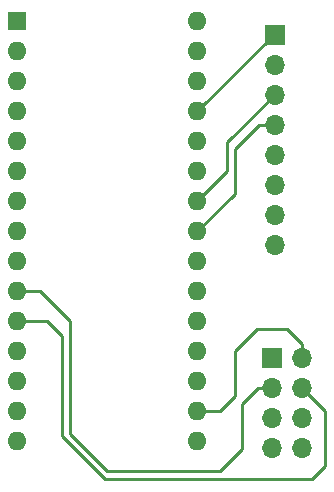
<source format=gbr>
%TF.GenerationSoftware,KiCad,Pcbnew,(5.1.10)-1*%
%TF.CreationDate,2022-03-27T02:24:56-07:00*%
%TF.ProjectId,RC_car,52435f63-6172-42e6-9b69-6361645f7063,rev?*%
%TF.SameCoordinates,Original*%
%TF.FileFunction,Copper,L2,Bot*%
%TF.FilePolarity,Positive*%
%FSLAX46Y46*%
G04 Gerber Fmt 4.6, Leading zero omitted, Abs format (unit mm)*
G04 Created by KiCad (PCBNEW (5.1.10)-1) date 2022-03-27 02:24:56*
%MOMM*%
%LPD*%
G01*
G04 APERTURE LIST*
%TA.AperFunction,ComponentPad*%
%ADD10R,1.700000X1.700000*%
%TD*%
%TA.AperFunction,ComponentPad*%
%ADD11O,1.700000X1.700000*%
%TD*%
%TA.AperFunction,ComponentPad*%
%ADD12R,1.600000X1.600000*%
%TD*%
%TA.AperFunction,ComponentPad*%
%ADD13O,1.600000X1.600000*%
%TD*%
%TA.AperFunction,Conductor*%
%ADD14C,0.250000*%
%TD*%
G04 APERTURE END LIST*
D10*
%TO.P,IMU1,1*%
%TO.N,IMU_VCC*%
X168452800Y-78003400D03*
D11*
%TO.P,IMU1,8*%
%TO.N,Net-(IMU1-Pad8)*%
X168452800Y-95783400D03*
%TO.P,IMU1,7*%
%TO.N,Net-(IMU1-Pad7)*%
X168452800Y-93243400D03*
%TO.P,IMU1,5*%
%TO.N,Net-(IMU1-Pad5)*%
X168452800Y-88163400D03*
%TO.P,IMU1,4*%
%TO.N,IMU_SDA*%
X168452800Y-85623400D03*
%TO.P,IMU1,3*%
%TO.N,IMU_SCL*%
X168452800Y-83083400D03*
%TO.P,IMU1,6*%
%TO.N,Net-(IMU1-Pad6)*%
X168452800Y-90703400D03*
%TO.P,IMU1,2*%
%TO.N,GND*%
X168452800Y-80543400D03*
%TD*%
%TO.P,RADIO1,3*%
%TO.N,NRF_CE*%
X168275000Y-107899200D03*
%TO.P,RADIO1,2*%
%TO.N,NRF_VCC*%
X170815000Y-105359200D03*
D10*
%TO.P,RADIO1,1*%
%TO.N,GND*%
X168275000Y-105359200D03*
D11*
%TO.P,RADIO1,6*%
%TO.N,NRF_MOSI*%
X170815000Y-110439200D03*
%TO.P,RADIO1,4*%
%TO.N,NRF_CSN*%
X170815000Y-107899200D03*
%TO.P,RADIO1,5*%
%TO.N,NRF_SCK*%
X168275000Y-110439200D03*
%TO.P,RADIO1,8*%
%TO.N,Net-(RADIO1-Pad8)*%
X170815000Y-112979200D03*
%TO.P,RADIO1,7*%
%TO.N,NRF_MISO*%
X168275000Y-112979200D03*
%TD*%
D12*
%TO.P,Nano1,1*%
%TO.N,Net-(Nano1-Pad1)*%
X146685000Y-76835000D03*
D13*
%TO.P,Nano1,17*%
%TO.N,NRF_VCC*%
X161925000Y-109855000D03*
%TO.P,Nano1,2*%
%TO.N,Net-(Nano1-Pad2)*%
X146685000Y-79375000D03*
%TO.P,Nano1,18*%
%TO.N,Net-(Nano1-Pad18)*%
X161925000Y-107315000D03*
%TO.P,Nano1,3*%
%TO.N,Net-(Nano1-Pad3)*%
X146685000Y-81915000D03*
%TO.P,Nano1,19*%
%TO.N,Net-(Nano1-Pad19)*%
X161925000Y-104775000D03*
%TO.P,Nano1,4*%
%TO.N,GND*%
X146685000Y-84455000D03*
%TO.P,Nano1,20*%
%TO.N,Net-(Nano1-Pad20)*%
X161925000Y-102235000D03*
%TO.P,Nano1,5*%
%TO.N,Net-(Nano1-Pad5)*%
X146685000Y-86995000D03*
%TO.P,Nano1,21*%
%TO.N,Net-(Nano1-Pad21)*%
X161925000Y-99695000D03*
%TO.P,Nano1,6*%
%TO.N,Net-(Nano1-Pad6)*%
X146685000Y-89535000D03*
%TO.P,Nano1,22*%
%TO.N,Net-(Nano1-Pad22)*%
X161925000Y-97155000D03*
%TO.P,Nano1,7*%
%TO.N,Net-(Nano1-Pad7)*%
X146685000Y-92075000D03*
%TO.P,Nano1,23*%
%TO.N,IMU_SDA*%
X161925000Y-94615000D03*
%TO.P,Nano1,8*%
%TO.N,Net-(Nano1-Pad8)*%
X146685000Y-94615000D03*
%TO.P,Nano1,24*%
%TO.N,IMU_SCL*%
X161925000Y-92075000D03*
%TO.P,Nano1,9*%
%TO.N,Net-(Nano1-Pad9)*%
X146685000Y-97155000D03*
%TO.P,Nano1,25*%
%TO.N,Net-(Nano1-Pad25)*%
X161925000Y-89535000D03*
%TO.P,Nano1,10*%
%TO.N,NRF_CE*%
X146685000Y-99695000D03*
%TO.P,Nano1,26*%
%TO.N,Net-(Nano1-Pad26)*%
X161925000Y-86995000D03*
%TO.P,Nano1,11*%
%TO.N,NRF_CSN*%
X146685000Y-102235000D03*
%TO.P,Nano1,27*%
%TO.N,IMU_VCC*%
X161925000Y-84455000D03*
%TO.P,Nano1,12*%
%TO.N,Net-(Nano1-Pad12)*%
X146685000Y-104775000D03*
%TO.P,Nano1,28*%
%TO.N,Net-(Nano1-Pad28)*%
X161925000Y-81915000D03*
%TO.P,Nano1,13*%
%TO.N,Net-(Nano1-Pad13)*%
X146685000Y-107315000D03*
%TO.P,Nano1,29*%
%TO.N,GND*%
X161925000Y-79375000D03*
%TO.P,Nano1,14*%
%TO.N,NRF_MOSI*%
X146685000Y-109855000D03*
%TO.P,Nano1,30*%
%TO.N,Net-(Nano1-Pad30)*%
X161925000Y-76835000D03*
%TO.P,Nano1,15*%
%TO.N,NRF_MISO*%
X146685000Y-112395000D03*
%TO.P,Nano1,16*%
%TO.N,NRF_SCK*%
X161925000Y-112395000D03*
%TD*%
D14*
%TO.N,NRF_VCC*%
X163830000Y-109855000D02*
X161925000Y-109855000D01*
X165100000Y-108585000D02*
X163830000Y-109855000D01*
X165100000Y-104775000D02*
X165100000Y-108585000D01*
X167005000Y-102870000D02*
X165100000Y-104775000D01*
X169545000Y-102870000D02*
X167005000Y-102870000D01*
X170815000Y-104140000D02*
X169545000Y-102870000D01*
X170815000Y-105359200D02*
X170815000Y-104140000D01*
%TO.N,IMU_SDA*%
X161925000Y-94615000D02*
X161926410Y-94615000D01*
X168452800Y-85623400D02*
X167106600Y-85623400D01*
X167106600Y-85623400D02*
X165100000Y-87630000D01*
X165100000Y-91440000D02*
X161925000Y-94615000D01*
X165100000Y-87630000D02*
X165100000Y-91440000D01*
%TO.N,IMU_SCL*%
X168452800Y-83083400D02*
X164465000Y-87071200D01*
X164465000Y-89535000D02*
X161925000Y-92075000D01*
X164465000Y-87071200D02*
X164465000Y-89535000D01*
%TO.N,NRF_CE*%
X146685000Y-99695000D02*
X148590000Y-99695000D01*
X148590000Y-99695000D02*
X151130000Y-102235000D01*
X151130000Y-102235000D02*
X151130000Y-111125000D01*
X151130000Y-111760000D02*
X154305000Y-114935000D01*
X154305000Y-114935000D02*
X163830000Y-114935000D01*
X163830000Y-114935000D02*
X165735000Y-113030000D01*
X165735000Y-112395000D02*
X165735000Y-109220000D01*
X167055800Y-107899200D02*
X168275000Y-107899200D01*
X165735000Y-109220000D02*
X167055800Y-107899200D01*
X165735000Y-113030000D02*
X165735000Y-112395000D01*
X151130000Y-111760000D02*
X151130000Y-111125000D01*
%TO.N,NRF_CSN*%
X150495000Y-103505000D02*
X149225000Y-102235000D01*
X150495000Y-111946401D02*
X150495000Y-103505000D01*
X149225000Y-102235000D02*
X146685000Y-102235000D01*
X171634991Y-115570000D02*
X154118599Y-115570000D01*
X154118599Y-115570000D02*
X150495000Y-111946401D01*
X172720000Y-109804200D02*
X172720000Y-114484991D01*
X172720000Y-114484991D02*
X171634991Y-115570000D01*
X170815000Y-107899200D02*
X172720000Y-109804200D01*
%TO.N,IMU_VCC*%
X168376600Y-78003400D02*
X161925000Y-84455000D01*
X168452800Y-78003400D02*
X168376600Y-78003400D01*
%TD*%
M02*

</source>
